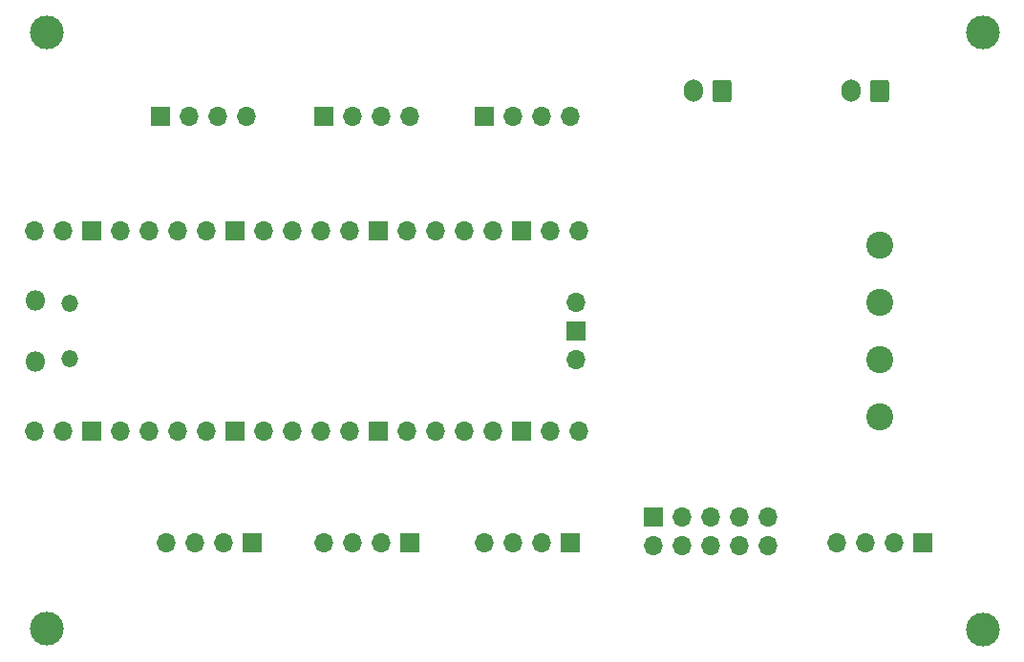
<source format=gbr>
%TF.GenerationSoftware,KiCad,Pcbnew,(5.1.10)-1*%
%TF.CreationDate,2021-10-27T22:41:58+01:00*%
%TF.ProjectId,flowcontrol,666c6f77-636f-46e7-9472-6f6c2e6b6963,rev?*%
%TF.SameCoordinates,Original*%
%TF.FileFunction,Soldermask,Bot*%
%TF.FilePolarity,Negative*%
%FSLAX46Y46*%
G04 Gerber Fmt 4.6, Leading zero omitted, Abs format (unit mm)*
G04 Created by KiCad (PCBNEW (5.1.10)-1) date 2021-10-27 22:41:58*
%MOMM*%
%LPD*%
G01*
G04 APERTURE LIST*
%ADD10O,1.700000X1.700000*%
%ADD11R,1.700000X1.700000*%
%ADD12O,1.700000X2.000000*%
%ADD13C,2.400000*%
%ADD14C,3.000000*%
%ADD15O,1.800000X1.800000*%
%ADD16O,1.500000X1.500000*%
G04 APERTURE END LIST*
D10*
%TO.C,J7*%
X171450000Y-112776000D03*
X173990000Y-112776000D03*
X176530000Y-112776000D03*
D11*
X179070000Y-112776000D03*
%TD*%
D12*
%TO.C,J4*%
X158790000Y-72644000D03*
G36*
G01*
X162140000Y-71894000D02*
X162140000Y-73394000D01*
G75*
G02*
X161890000Y-73644000I-250000J0D01*
G01*
X160690000Y-73644000D01*
G75*
G02*
X160440000Y-73394000I0J250000D01*
G01*
X160440000Y-71894000D01*
G75*
G02*
X160690000Y-71644000I250000J0D01*
G01*
X161890000Y-71644000D01*
G75*
G02*
X162140000Y-71894000I0J-250000D01*
G01*
G37*
%TD*%
%TO.C,J3*%
X172760000Y-72644000D03*
G36*
G01*
X176110000Y-71894000D02*
X176110000Y-73394000D01*
G75*
G02*
X175860000Y-73644000I-250000J0D01*
G01*
X174660000Y-73644000D01*
G75*
G02*
X174410000Y-73394000I0J250000D01*
G01*
X174410000Y-71894000D01*
G75*
G02*
X174660000Y-71644000I250000J0D01*
G01*
X175860000Y-71644000D01*
G75*
G02*
X176110000Y-71894000I0J-250000D01*
G01*
G37*
%TD*%
D13*
%TO.C,J6*%
X175260000Y-86360000D03*
X175260000Y-91440000D03*
X175260000Y-96520000D03*
X175260000Y-101600000D03*
%TD*%
D10*
%TO.C,J11*%
X133604000Y-74930000D03*
X131064000Y-74930000D03*
X128524000Y-74930000D03*
D11*
X125984000Y-74930000D03*
%TD*%
D10*
%TO.C,J10*%
X119126000Y-74930000D03*
X116586000Y-74930000D03*
X114046000Y-74930000D03*
D11*
X111506000Y-74930000D03*
%TD*%
D10*
%TO.C,J9*%
X140208000Y-112776000D03*
X142748000Y-112776000D03*
X145288000Y-112776000D03*
D11*
X147828000Y-112776000D03*
%TD*%
D10*
%TO.C,J8*%
X125984000Y-112776000D03*
X128524000Y-112776000D03*
X131064000Y-112776000D03*
D11*
X133604000Y-112776000D03*
%TD*%
D10*
%TO.C,J5*%
X165354000Y-113030000D03*
X165354000Y-110490000D03*
X162814000Y-113030000D03*
X162814000Y-110490000D03*
X160274000Y-113030000D03*
X160274000Y-110490000D03*
X157734000Y-113030000D03*
X157734000Y-110490000D03*
X155194000Y-113030000D03*
D11*
X155194000Y-110490000D03*
%TD*%
D14*
%TO.C,REF\u002A\u002A*%
X184454800Y-120421400D03*
%TD*%
%TO.C,REF\u002A\u002A*%
X101447600Y-120370600D03*
%TD*%
%TO.C,REF\u002A\u002A*%
X184454800Y-67411600D03*
%TD*%
D10*
%TO.C,J2*%
X112014000Y-112776000D03*
X114554000Y-112776000D03*
X117094000Y-112776000D03*
D11*
X119634000Y-112776000D03*
%TD*%
%TO.C,J1*%
X140208000Y-74930000D03*
D10*
X142748000Y-74930000D03*
X145288000Y-74930000D03*
X147828000Y-74930000D03*
%TD*%
D14*
%TO.C,REF\u002A\u002A*%
X101447600Y-67424300D03*
%TD*%
D10*
%TO.C,U1*%
X100320000Y-102840000D03*
X102860000Y-102840000D03*
D11*
X105400000Y-102840000D03*
D10*
X107940000Y-102840000D03*
X110480000Y-102840000D03*
X113020000Y-102840000D03*
X115560000Y-102840000D03*
D11*
X118100000Y-102840000D03*
D10*
X120640000Y-102840000D03*
X123180000Y-102840000D03*
X125720000Y-102840000D03*
X128260000Y-102840000D03*
D11*
X130800000Y-102840000D03*
D10*
X133340000Y-102840000D03*
X135880000Y-102840000D03*
X138420000Y-102840000D03*
X140960000Y-102840000D03*
D11*
X143500000Y-102840000D03*
D10*
X146040000Y-102840000D03*
X148580000Y-102840000D03*
X148580000Y-85060000D03*
X146040000Y-85060000D03*
D11*
X143500000Y-85060000D03*
D10*
X140960000Y-85060000D03*
X138420000Y-85060000D03*
X135880000Y-85060000D03*
X133340000Y-85060000D03*
D11*
X130800000Y-85060000D03*
D10*
X128260000Y-85060000D03*
X125720000Y-85060000D03*
X123180000Y-85060000D03*
X120640000Y-85060000D03*
D11*
X118100000Y-85060000D03*
D10*
X115560000Y-85060000D03*
X113020000Y-85060000D03*
X110480000Y-85060000D03*
X107940000Y-85060000D03*
D11*
X105400000Y-85060000D03*
D10*
X102860000Y-85060000D03*
X100320000Y-85060000D03*
D15*
X100450000Y-96675000D03*
X100450000Y-91225000D03*
D16*
X103480000Y-96375000D03*
X103480000Y-91525000D03*
D10*
X148350000Y-96490000D03*
D11*
X148350000Y-93950000D03*
D10*
X148350000Y-91410000D03*
%TD*%
M02*

</source>
